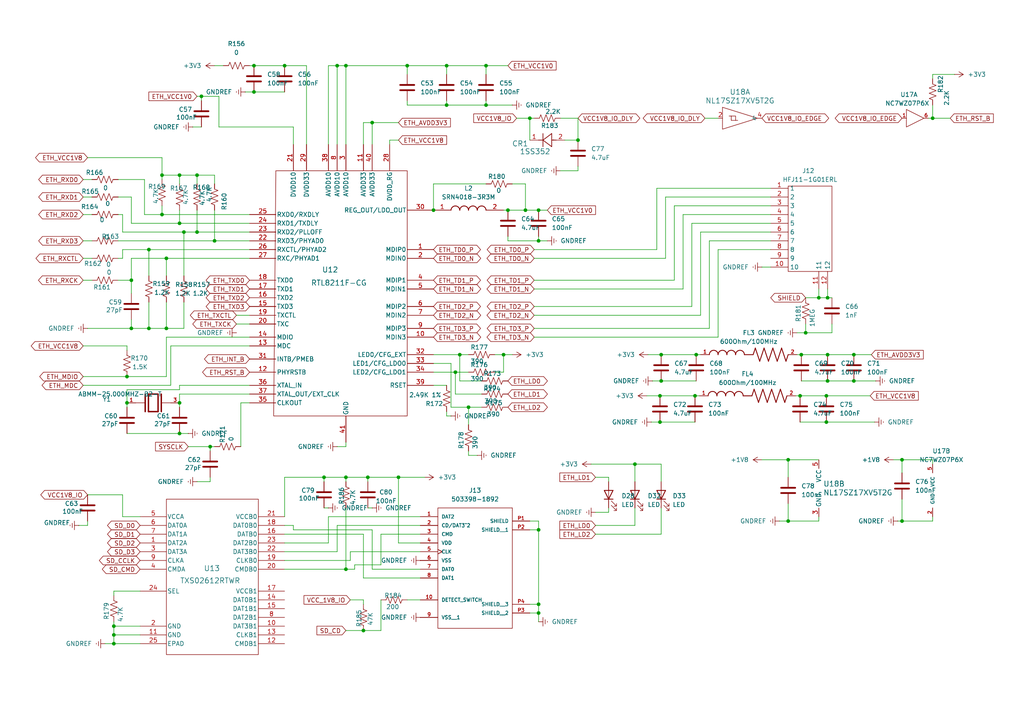
<source format=kicad_sch>
(kicad_sch (version 20231120) (generator "eeschema") (generator_version "8.0")
  (paper "A4")
  (junction (at 33.02 181.61))
  (junction (at 33.02 186.69))
  (junction (at 240.03 110.49))
  (junction (at 147.32 60.96))
  (junction (at 73.66 19.05))
  (junction (at 135.89 118.11))
  (junction (at 240.03 102.87))
  (junction (at 191.77 102.87))
  (junction (at 100.33 165.1))
  (junction (at 46.99 62.23))
  (junction (at 233.68 96.52))
  (junction (at 270.51 34.29))
  (junction (at 38.1 95.25))
  (junction (at 100.33 138.43))
  (junction (at 140.97 19.05))
  (junction (at 48.26 95.25))
  (junction (at 52.07 116.84))
  (junction (at 125.73 60.96))
  (junction (at 156.21 153.67))
  (junction (at 156.21 177.8))
  (junction (at 191.421 122.4224))
  (junction (at 36.83 109.22))
  (junction (at 52.07 125.73))
  (junction (at 247.65 102.87))
  (junction (at 107.95 35.56))
  (junction (at 140.97 30.48))
  (junction (at 191.421 114.8024))
  (junction (at 239.681 114.8024))
  (junction (at 129.54 19.05))
  (junction (at 240.03 86.36))
  (junction (at 57.15 67.31))
  (junction (at 38.1 81.28))
  (junction (at 33.02 184.15))
  (junction (at 52.07 64.77))
  (junction (at 93.98 138.43))
  (junction (at 156.21 69.85))
  (junction (at 152.4 60.96))
  (junction (at 201.93 102.87))
  (junction (at 156.21 175.26))
  (junction (at 191.77 110.49))
  (junction (at 167.64 40.64))
  (junction (at 53.34 67.31))
  (junction (at 82.55 19.05))
  (junction (at 228.6 133.35))
  (junction (at 62.23 69.85))
  (junction (at 97.79 19.05))
  (junction (at 201.581 114.8024))
  (junction (at 52.07 50.8))
  (junction (at 57.15 50.8))
  (junction (at 133.35 102.87))
  (junction (at 232.41 102.87))
  (junction (at 132.08 107.95))
  (junction (at 105.41 182.88))
  (junction (at 115.57 138.43))
  (junction (at 184.15 134.62))
  (junction (at 36.83 116.84))
  (junction (at 247.65 110.49))
  (junction (at 60.96 129.54))
  (junction (at 153.67 34.29))
  (junction (at 48.26 74.93))
  (junction (at 106.68 138.43))
  (junction (at 129.54 30.48))
  (junction (at 100.33 19.05))
  (junction (at 156.21 60.96))
  (junction (at 261.62 151.13))
  (junction (at 261.62 133.35))
  (junction (at 239.681 122.4224))
  (junction (at 146.05 102.87))
  (junction (at 232.061 114.8024))
  (junction (at 58.42 27.94))
  (junction (at 43.18 72.39))
  (junction (at 73.66 26.67))
  (junction (at 46.99 50.8))
  (junction (at 43.18 95.25))
  (junction (at 118.11 19.05))
  (junction (at 228.6 151.13))
  (junction (at 237.49 86.36))
  (wire (pts (xy 33.02 184.15) (xy 33.02 186.69)))
  (wire (pts (xy 33.02 172.72) (xy 33.02 171.45)))
  (wire (pts (xy 102.87 165.1) (xy 100.33 165.1)))
  (wire (pts (xy 33.02 184.15) (xy 40.64 184.15)))
  (wire (pts (xy 93.98 138.43) (xy 100.33 138.43)))
  (wire (pts (xy 139.7 114.3) (xy 132.08 114.3)))
  (wire (pts (xy 48.26 74.93) (xy 72.39 74.93)))
  (wire (pts (xy 46.99 62.23) (xy 72.39 62.23)))
  (wire (pts (xy 143.51 107.95) (xy 146.05 107.95)))
  (wire (pts (xy 140.97 19.05) (xy 140.97 21.59)))
  (wire (pts (xy 35.56 62.23) (xy 35.56 67.31)))
  (wire (pts (xy 68.58 93.98) (xy 72.39 93.98)))
  (wire (pts (xy 247.65 110.49) (xy 254 110.49)))
  (wire (pts (xy 52.07 64.77) (xy 72.39 64.77)))
  (wire (pts (xy 140.97 19.05) (xy 147.32 19.05)))
  (wire (pts (xy 193.04 57.15) (xy 223.52 57.15)))
  (wire (pts (xy 46.99 50.8) (xy 52.07 50.8)))
  (wire (pts (xy 34.29 81.28) (xy 38.1 81.28)))
  (wire (pts (xy 231.14 96.52) (xy 233.68 96.52)))
  (wire (pts (xy 58.42 27.94) (xy 58.42 29.21)))
  (wire (pts (xy 105.41 167.64) (xy 105.41 154.94)))
  (wire (pts (xy 125.73 53.34) (xy 125.73 60.96)))
  (wire (pts (xy 57.15 139.7) (xy 60.96 139.7)))
  (wire (pts (xy 184.15 147.32) (xy 184.15 152.4)))
  (wire (pts (xy 228.6 151.13) (xy 226.06 151.13)))
  (wire (pts (xy 191.77 147.32) (xy 191.77 154.94)))
  (wire (pts (xy 48.26 87.63) (xy 48.26 95.25)))
  (wire (pts (xy 46.99 45.72) (xy 46.99 50.8)))
  (wire (pts (xy 135.89 118.11) (xy 135.89 123.19)))
  (wire (pts (xy 97.79 19.05) (xy 100.33 19.05)))
  (wire (pts (xy 53.34 80.01) (xy 53.34 67.31)))
  (wire (pts (xy 113.03 41.91) (xy 113.03 40.64)))
  (wire (pts (xy 176.53 147.32) (xy 176.53 148.59)))
  (wire (pts (xy 140.97 53.34) (xy 125.73 53.34)))
  (wire (pts (xy 107.95 153.67) (xy 85.09 153.67)))
  (wire (pts (xy 60.96 129.54) (xy 60.96 130.81)))
  (wire (pts (xy 118.11 173.99) (xy 121.92 173.99)))
  (wire (pts (xy 156.21 177.8) (xy 156.21 180.34)))
  (wire (pts (xy 191.77 154.94) (xy 172.72 154.94)))
  (wire (pts (xy 36.83 101.6) (xy 36.83 100.33)))
  (wire (pts (xy 35.56 72.39) (xy 43.18 72.39)))
  (wire (pts (xy 52.07 118.11) (xy 52.07 116.84)))
  (wire (pts (xy 154.94 88.9) (xy 200.66 88.9)))
  (wire (pts (xy 191.77 102.87) (xy 201.93 102.87)))
  (wire (pts (xy 188.881 122.4224) (xy 191.421 122.4224)))
  (wire (pts (xy 24.13 69.85) (xy 26.67 69.85)))
  (wire (pts (xy 33.02 180.34) (xy 33.02 181.61)))
  (wire (pts (xy 93.98 147.32) (xy 95.25 147.32)))
  (wire (pts (xy 149.86 34.29) (xy 153.67 34.29)))
  (wire (pts (xy 110.49 154.94) (xy 110.49 163.83)))
  (wire (pts (xy 129.54 19.05) (xy 129.54 21.59)))
  (wire (pts (xy 187.96 102.87) (xy 191.77 102.87)))
  (wire (pts (xy 101.6 160.02) (xy 121.92 160.02)))
  (wire (pts (xy 156.21 153.67) (xy 156.21 175.26)))
  (wire (pts (xy 52.07 116.84) (xy 52.07 114.3)))
  (wire (pts (xy 35.56 74.93) (xy 35.56 72.39)))
  (wire (pts (xy 85.09 152.4) (xy 82.55 152.4)))
  (wire (pts (xy 125.73 111.76) (xy 129.54 111.76)))
  (wire (pts (xy 133.35 102.87) (xy 135.89 102.87)))
  (wire (pts (xy 154.94 81.28) (xy 195.58 81.28)))
  (wire (pts (xy 240.03 102.87) (xy 247.65 102.87)))
  (wire (pts (xy 200.66 88.9) (xy 200.66 64.77)))
  (wire (pts (xy 129.54 19.05) (xy 140.97 19.05)))
  (wire (pts (xy 52.07 125.73) (xy 54.61 125.73)))
  (wire (pts (xy 24.13 81.28) (xy 26.67 81.28)))
  (wire (pts (xy 73.66 26.67) (xy 82.55 26.67)))
  (wire (pts (xy 88.9 41.91) (xy 88.9 19.05)))
  (wire (pts (xy 35.56 67.31) (xy 53.34 67.31)))
  (wire (pts (xy 153.67 34.29) (xy 153.67 40.64)))
  (wire (pts (xy 154.94 95.25) (xy 205.74 95.25)))
  (wire (pts (xy 88.9 19.05) (xy 82.55 19.05)))
  (wire (pts (xy 232.41 110.49) (xy 240.03 110.49)))
  (wire (pts (xy 152.4 53.34) (xy 152.4 60.96)))
  (wire (pts (xy 146.05 102.87) (xy 148.59 102.87)))
  (wire (pts (xy 62.23 19.05) (xy 64.77 19.05)))
  (wire (pts (xy 58.42 27.94) (xy 63.5 27.94)))
  (wire (pts (xy 198.12 83.82) (xy 198.12 62.23)))
  (wire (pts (xy 36.83 125.73) (xy 52.07 125.73)))
  (wire (pts (xy 48.26 97.79) (xy 48.26 109.22)))
  (wire (pts (xy 102.87 163.83) (xy 102.87 165.1)))
  (wire (pts (xy 52.07 50.8) (xy 52.07 53.34)))
  (wire (pts (xy 35.56 149.86) (xy 40.64 149.86)))
  (wire (pts (xy 147.32 69.85) (xy 156.21 69.85)))
  (wire (pts (xy 115.57 138.43) (xy 123.19 138.43)))
  (wire (pts (xy 46.99 59.69) (xy 46.99 62.23)))
  (wire (pts (xy 237.49 86.36) (xy 240.03 86.36)))
  (wire (pts (xy 154.94 72.39) (xy 190.5 72.39)))
  (wire (pts (xy 57.15 50.8) (xy 52.07 50.8)))
  (wire (pts (xy 34.29 62.23) (xy 35.56 62.23)))
  (wire (pts (xy 53.34 95.25) (xy 48.26 95.25)))
  (wire (pts (xy 24.13 74.93) (xy 26.67 74.93)))
  (wire (pts (xy 163.83 40.64) (xy 167.64 40.64)))
  (wire (pts (xy 62.23 60.96) (xy 62.23 69.85)))
  (wire (pts (xy 34.29 69.85) (xy 62.23 69.85)))
  (wire (pts (xy 57.15 27.94) (xy 58.42 27.94)))
  (wire (pts (xy 237.49 151.13) (xy 228.6 151.13)))
  (wire (pts (xy 72.39 97.79) (xy 48.26 97.79)))
  (wire (pts (xy 118.11 19.05) (xy 118.11 21.59)))
  (wire (pts (xy 191.421 114.8024) (xy 201.581 114.8024)))
  (wire (pts (xy 68.58 91.44) (xy 72.39 91.44)))
  (wire (pts (xy 230.791 114.8024) (xy 232.061 114.8024)))
  (wire (pts (xy 162.56 49.53) (xy 167.64 49.53)))
  (wire (pts (xy 107.95 35.56) (xy 115.57 35.56)))
  (wire (pts (xy 135.89 118.11) (xy 130.81 118.11)))
  (wire (pts (xy 143.51 102.87) (xy 146.05 102.87)))
  (wire (pts (xy 239.681 122.4224) (xy 253.651 122.4224)))
  (wire (pts (xy 69.85 116.84) (xy 72.39 116.84)))
  (wire (pts (xy 270.51 21.59) (xy 276.86 21.59)))
  (wire (pts (xy 241.3 96.52) (xy 233.68 96.52)))
  (wire (pts (xy 43.18 95.25) (xy 48.26 95.25)))
  (wire (pts (xy 34.29 57.15) (xy 38.1 57.15)))
  (wire (pts (xy 25.4 152.4) (xy 25.4 151.13)))
  (wire (pts (xy 25.4 45.72) (xy 46.99 45.72)))
  (wire (pts (xy 232.41 102.87) (xy 240.03 102.87)))
  (wire (pts (xy 34.29 74.93) (xy 35.56 74.93)))
  (wire (pts (xy 270.51 151.13) (xy 261.62 151.13)))
  (wire (pts (xy 118.11 30.48) (xy 129.54 30.48)))
  (wire (pts (xy 110.49 173.99) (xy 110.49 182.88)))
  (wire (pts (xy 60.96 139.7) (xy 60.96 138.43)))
  (wire (pts (xy 97.79 160.02) (xy 97.79 152.4)))
  (wire (pts (xy 121.92 167.64) (xy 105.41 167.64)))
  (wire (pts (xy 52.07 114.3) (xy 72.39 114.3)))
  (wire (pts (xy 205.74 69.85) (xy 223.52 69.85)))
  (wire (pts (xy 63.5 36.83) (xy 63.5 27.94)))
  (wire (pts (xy 152.4 60.96) (xy 156.21 60.96)))
  (wire (pts (xy 24.13 57.15) (xy 26.67 57.15)))
  (wire (pts (xy 24.13 111.76) (xy 49.53 111.76)))
  (wire (pts (xy 35.56 143.51) (xy 35.56 149.86)))
  (wire (pts (xy 176.53 139.7) (xy 176.53 138.43)))
  (wire (pts (xy 113.03 40.64) (xy 115.57 40.64)))
  (wire (pts (xy 34.29 52.07) (xy 41.91 52.07)))
  (wire (pts (xy 191.421 122.4224) (xy 201.581 122.4224)))
  (wire (pts (xy 184.15 152.4) (xy 172.72 152.4)))
  (wire (pts (xy 220.98 133.35) (xy 228.6 133.35)))
  (wire (pts (xy 228.6 133.35) (xy 228.6 138.43)))
  (wire (pts (xy 72.39 19.05) (xy 73.66 19.05)))
  (wire (pts (xy 176.53 138.43) (xy 172.72 138.43)))
  (wire (pts (xy 233.68 86.36) (xy 237.49 86.36)))
  (wire (pts (xy 191.77 110.49) (xy 201.93 110.49)))
  (wire (pts (xy 24.13 100.33) (xy 36.83 100.33)))
  (wire (pts (xy 41.91 52.07) (xy 41.91 62.23)))
  (wire (pts (xy 156.21 151.13) (xy 156.21 153.67)))
  (wire (pts (xy 233.68 96.52) (xy 233.68 93.98)))
  (wire (pts (xy 118.11 19.05) (xy 129.54 19.05)))
  (wire (pts (xy 24.13 109.22) (xy 36.83 109.22)))
  (wire (pts (xy 147.32 68.58) (xy 147.32 69.85)))
  (wire (pts (xy 146.05 60.96) (xy 147.32 60.96)))
  (wire (pts (xy 228.6 146.05) (xy 228.6 151.13)))
  (wire (pts (xy 247.65 102.87) (xy 252.73 102.87)))
  (wire (pts (xy 203.2 91.44) (xy 203.2 67.31)))
  (wire (pts (xy 33.02 181.61) (xy 33.02 184.15)))
  (wire (pts (xy 41.91 62.23) (xy 46.99 62.23)))
  (wire (pts (xy 105.41 41.91) (xy 105.41 35.56)))
  (wire (pts (xy 156.21 60.96) (xy 158.75 60.96)))
  (wire (pts (xy 55.88 36.83) (xy 58.42 36.83)))
  (wire (pts (xy 100.33 128.27) (xy 100.33 129.54)))
  (wire (pts (xy 100.33 19.05) (xy 118.11 19.05)))
  (wire (pts (xy 101.6 173.99) (xy 105.41 173.99)))
  (wire (pts (xy 107.95 165.1) (xy 107.95 153.67)))
  (wire (pts (xy 193.04 74.93) (xy 193.04 57.15)))
  (wire (pts (xy 38.1 74.93) (xy 48.26 74.93)))
  (wire (pts (xy 49.53 111.76) (xy 49.53 100.33)))
  (wire (pts (xy 187.611 114.8024) (xy 191.421 114.8024)))
  (wire (pts (xy 270.51 34.29) (xy 275.59 34.29)))
  (wire (pts (xy 121.92 165.1) (xy 107.95 165.1)))
  (wire (pts (xy 261.62 133.35) (xy 261.62 137.16)))
  (wire (pts (xy 240.03 86.36) (xy 241.3 86.36)))
  (wire (pts (xy 36.83 109.22) (xy 48.26 109.22)))
  (wire (pts (xy 270.51 22.86) (xy 270.51 21.59)))
  (wire (pts (xy 43.18 72.39) (xy 43.18 80.01)))
  (wire (pts (xy 85.09 153.67) (xy 85.09 152.4)))
  (wire (pts (xy 69.85 129.54) (xy 69.85 116.84)))
  (wire (pts (xy 176.53 148.59) (xy 172.72 148.59)))
  (wire (pts (xy 107.95 41.91) (xy 107.95 35.56)))
  (wire (pts (xy 25.4 95.25) (xy 38.1 95.25)))
  (wire (pts (xy 101.6 162.56) (xy 101.6 160.02)))
  (wire (pts (xy 95.25 157.48) (xy 95.25 149.86)))
  (wire (pts (xy 62.23 53.34) (xy 62.23 50.8)))
  (wire (pts (xy 110.49 182.88) (xy 105.41 182.88)))
  (wire (pts (xy 125.73 107.95) (xy 132.08 107.95)))
  (wire (pts (xy 82.55 162.56) (xy 101.6 162.56)))
  (wire (pts (xy 130.81 105.41) (xy 125.73 105.41)))
  (wire (pts (xy 140.97 29.21) (xy 140.97 30.48)))
  (wire (pts (xy 100.33 41.91) (xy 100.33 19.05)))
  (wire (pts (xy 82.55 157.48) (xy 95.25 157.48)))
  (wire (pts (xy 49.53 100.33) (xy 72.39 100.33)))
  (wire (pts (xy 118.11 29.21) (xy 118.11 30.48)))
  (wire (pts (xy 239.681 114.8024) (xy 252.381 114.8024)))
  (wire (pts (xy 106.68 147.32) (xy 107.95 147.32)))
  (wire (pts (xy 53.34 67.31) (xy 57.15 67.31)))
  (wire (pts (xy 232.061 114.8024) (xy 239.681 114.8024)))
  (wire (pts (xy 129.54 119.38) (xy 129.54 120.65)))
  (wire (pts (xy 270.51 133.35) (xy 261.62 133.35)))
  (wire (pts (xy 95.25 149.86) (xy 121.92 149.86)))
  (wire (pts (xy 52.07 113.03) (xy 36.83 113.03)))
  (wire (pts (xy 198.12 62.23) (xy 223.52 62.23)))
  (wire (pts (xy 22.86 152.4) (xy 25.4 152.4)))
  (wire (pts (xy 73.66 19.05) (xy 82.55 19.05)))
  (wire (pts (xy 106.68 138.43) (xy 115.57 138.43)))
  (wire (pts (xy 153.67 151.13) (xy 156.21 151.13)))
  (wire (pts (xy 82.55 160.02) (xy 97.79 160.02)))
  (wire (pts (xy 62.23 50.8) (xy 57.15 50.8)))
  (wire (pts (xy 154.94 83.82) (xy 198.12 83.82)))
  (wire (pts (xy 33.02 171.45) (xy 40.64 171.45)))
  (wire (pts (xy 240.03 110.49) (xy 247.65 110.49)))
  (wire (pts (xy 153.67 34.29) (xy 154.94 34.29)))
  (wire (pts (xy 204.47 34.29) (xy 208.28 34.29)))
  (wire (pts (xy 154.94 97.79) (xy 208.28 97.79)))
  (wire (pts (xy 147.32 60.96) (xy 152.4 60.96)))
  (wire (pts (xy 100.33 182.88) (xy 105.41 182.88)))
  (wire (pts (xy 82.55 138.43) (xy 82.55 149.86)))
  (wire (pts (xy 125.73 102.87) (xy 133.35 102.87)))
  (wire (pts (xy 195.58 81.28) (xy 195.58 59.69)))
  (wire (pts (xy 100.33 165.1) (xy 82.55 165.1)))
  (wire (pts (xy 38.1 64.77) (xy 52.07 64.77)))
  (wire (pts (xy 241.3 93.98) (xy 241.3 96.52)))
  (wire (pts (xy 167.64 40.64) (xy 167.64 34.29)))
  (wire (pts (xy 100.33 129.54) (xy 97.79 129.54)))
  (wire (pts (xy 97.79 41.91) (xy 97.79 19.05)))
  (wire (pts (xy 53.34 87.63) (xy 53.34 95.25)))
  (wire (pts (xy 105.41 154.94) (xy 82.55 154.94)))
  (wire (pts (xy 43.18 87.63) (xy 43.18 95.25)))
  (wire (pts (xy 139.7 110.49) (xy 133.35 110.49)))
  (wire (pts (xy 228.6 133.35) (xy 237.49 133.35)))
  (wire (pts (xy 106.68 138.43) (xy 106.68 139.7)))
  (wire (pts (xy 240.03 83.82) (xy 240.03 86.36)))
  (wire (pts (xy 93.98 138.43) (xy 93.98 139.7)))
  (wire (pts (xy 208.28 72.39) (xy 223.52 72.39)))
  (wire (pts (xy 25.4 143.51) (xy 35.56 143.51)))
  (wire (pts (xy 100.33 147.32) (xy 100.33 165.1)))
  (wire (pts (xy 57.15 60.96) (xy 57.15 67.31)))
  (wire (pts (xy 121.92 157.48) (xy 115.57 157.48)))
  (wire (pts (xy 139.7 118.11) (xy 135.89 118.11)))
  (wire (pts (xy 203.2 67.31) (xy 223.52 67.31)))
  (wire (pts (xy 133.35 110.49) (xy 133.35 102.87)))
  (wire (pts (xy 191.77 134.62) (xy 184.15 134.62)))
  (wire (pts (xy 232.061 122.4224) (xy 239.681 122.4224)))
  (wire (pts (xy 200.66 64.77) (xy 223.52 64.77)))
  (wire (pts (xy 201.581 114.8024) (xy 202.851 114.8024)))
  (wire (pts (xy 43.18 72.39) (xy 72.39 72.39)))
  (wire (pts (xy 36.83 113.03) (xy 36.83 116.84)))
  (wire (pts (xy 24.13 62.23) (xy 26.67 62.23)))
  (wire (pts (xy 105.41 35.56) (xy 107.95 35.56)))
  (wire (pts (xy 38.1 57.15) (xy 38.1 64.77)))
  (wire (pts (xy 153.67 177.8) (xy 156.21 177.8)))
  (wire (pts (xy 36.83 116.84) (xy 36.83 118.11)))
  (wire (pts (xy 140.97 30.48) (xy 148.59 30.48)))
  (wire (pts (xy 184.15 134.62) (xy 184.15 139.7)))
  (wire (pts (xy 100.33 138.43) (xy 106.68 138.43)))
  (wire (pts (xy 270.51 149.86) (xy 270.51 151.13)))
  (wire (pts (xy 231.14 102.87) (xy 232.41 102.87)))
  (wire (pts (xy 57.15 53.34) (xy 57.15 50.8)))
  (wire (pts (xy 95.25 41.91) (xy 95.25 19.05)))
  (wire (pts (xy 115.57 157.48) (xy 115.57 138.43)))
  (wire (pts (xy 82.55 138.43) (xy 93.98 138.43)))
  (wire (pts (xy 195.58 59.69) (xy 223.52 59.69)))
  (wire (pts (xy 237.49 83.82) (xy 237.49 86.36)))
  (wire (pts (xy 62.23 69.85) (xy 72.39 69.85)))
  (wire (pts (xy 237.49 149.86) (xy 237.49 151.13)))
  (wire (pts (xy 52.07 111.76) (xy 52.07 113.03)))
  (wire (pts (xy 156.21 69.85) (xy 158.75 69.85)))
  (wire (pts (xy 85.09 36.83) (xy 63.5 36.83)))
  (wire (pts (xy 167.64 34.29) (xy 162.56 34.29)))
  (wire (pts (xy 129.54 29.21) (xy 129.54 30.48)))
  (wire (pts (xy 46.99 52.07) (xy 46.99 50.8)))
  (wire (pts (xy 201.93 102.87) (xy 203.2 102.87)))
  (wire (pts (xy 132.08 114.3) (xy 132.08 107.95)))
  (wire (pts (xy 105.41 173.99) (xy 105.41 175.26)))
  (wire (pts (xy 261.62 151.13) (xy 260.35 151.13)))
  (wire (pts (xy 135.89 130.81) (xy 135.89 132.08)))
  (wire (pts (xy 153.67 175.26) (xy 156.21 175.26)))
  (wire (pts (xy 43.18 95.25) (xy 38.1 95.25)))
  (wire (pts (xy 60.96 129.54) (xy 62.23 129.54)))
  (wire (pts (xy 171.45 134.62) (xy 184.15 134.62)))
  (wire (pts (xy 30.48 186.69) (xy 33.02 186.69)))
  (wire (pts (xy 148.59 53.34) (xy 152.4 53.34)))
  (wire (pts (xy 167.64 49.53) (xy 167.64 48.26)))
  (wire (pts (xy 72.39 111.76) (xy 52.07 111.76)))
  (wire (pts (xy 54.61 129.54) (xy 60.96 129.54)))
  (wire (pts (xy 270.51 30.48) (xy 270.51 34.29)))
  (wire (pts (xy 121.92 154.94) (xy 110.49 154.94)))
  (wire (pts (xy 261.62 144.78) (xy 261.62 151.13)))
  (wire (pts (xy 110.49 163.83) (xy 102.87 163.83)))
  (wire (pts (xy 38.1 95.25) (xy 38.1 92.71)))
  (wire (pts (xy 85.09 41.91) (xy 85.09 36.83)))
  (wire (pts (xy 153.67 153.67) (xy 156.21 153.67)))
  (wire (pts (xy 259.08 133.35) (xy 261.62 133.35)))
  (wire (pts (xy 208.28 97.79) (xy 208.28 72.39)))
  (wire (pts (xy 270.51 134.62) (xy 270.51 133.35)))
  (wire (pts (xy 190.5 72.39) (xy 190.5 54.61)))
  (wire (pts (xy 71.12 26.67) (xy 73.66 26.67)))
  (wire (pts (xy 57.15 67.31) (xy 72.39 67.31)))
  (wire (pts (xy 189.23 110.49) (xy 191.77 110.49)))
  (wire (pts (xy 33.02 181.61) (xy 40.64 181.61)))
  (wire (pts (xy 33.02 186.69) (xy 40.64 186.69)))
  (wire (pts (xy 135.89 132.08) (xy 138.43 132.08)))
  (wire (pts (xy 220.98 77.47) (xy 223.52 77.47)))
  (wire (pts (xy 100.33 138.43) (xy 100.33 139.7)))
  (wire (pts (xy 95.25 19.05) (xy 97.79 19.05)))
  (wire (pts (xy 97.79 152.4) (xy 121.92 152.4)))
  (wire (pts (xy 154.94 74.93) (xy 193.04 74.93)))
  (wire (pts (xy 38.1 81.28) (xy 38.1 74.93)))
  (wire (pts (xy 24.13 52.07) (xy 26.67 52.07)))
  (wire (pts (xy 191.77 139.7) (xy 191.77 134.62)))
  (wire (pts (xy 190.5 54.61) (xy 223.52 54.61)))
  (wire (pts (xy 146.05 107.95) (xy 146.05 102.87)))
  (wire (pts (xy 129.54 120.65) (xy 130.81 120.65)))
  (wire (pts (xy 205.74 95.25) (xy 205.74 69.85)))
  (wire (pts (xy 52.07 60.96) (xy 52.07 64.77)))
  (wire (pts (xy 156.21 68.58) (xy 156.21 69.85)))
  (wire (pts (xy 130.81 118.11) (xy 130.81 105.41)))
  (wire (pts (xy 132.08 107.95) (xy 135.89 107.95)))
  (wire (pts (xy 154.94 91.44) (xy 203.2 91.44)))
  (wire (pts (xy 48.26 74.93) (xy 48.26 80.01)))
  (wire (pts (xy 156.21 175.26) (xy 156.21 177.8)))
  (wire (pts (xy 38.1 81.28) (xy 38.1 85.09)))
  (wire (pts (xy 129.54 30.48) (xy 140.97 30.48)))
  (wire (pts (xy 270.51 34.29) (xy 269.24 34.29)))
  (global_label "ETH_RXCK" (shape bidirectional) (at 24.13 81.28 180) (property "Intersheetrefs" "${INTERSHEET_REFS}" (effects (hide yes))))
  (global_label "ETH_LD1" (shape bidirectional) (at 147.32 114.3 0) (property "Intersheetrefs" "${INTERSHEET_REFS}" (effects (hide yes))))
  (global_label "ETH_MDC" (shape bidirectional) (at 24.13 111.76 180) (property "Intersheetrefs" "${INTERSHEET_REFS}" (effects (hide yes))))
  (global_label "ETH_TD0_N" (shape bidirectional) (at 125.73 74.93 0) (property "Intersheetrefs" "${INTERSHEET_REFS}" (effects (hide yes))))
  (global_label "SD_D1" (shape bidirectional) (at 40.64 154.94 180) (property "Intersheetrefs" "${INTERSHEET_REFS}" (effects (hide yes))))
  (global_label "ETH_VCC1V0" (shape input) (at 57.15 27.94 180) (property "Intersheetrefs" "${INTERSHEET_REFS}" (effects (hide yes))))
  (global_label "ETH_TXD1" (shape bidirectional) (at 72.39 83.82 180) (property "Intersheetrefs" "${INTERSHEET_REFS}" (effects (hide yes))))
  (global_label "ETH_LD0" (shape input) (at 172.72 152.4 180) (property "Intersheetrefs" "${INTERSHEET_REFS}" (effects (hide yes))))
  (global_label "VCC_1V8_IO" (shape input) (at 101.6 173.99 180) (property "Intersheetrefs" "${INTERSHEET_REFS}" (effects (hide yes))))
  (global_label "ETH_TD0_N" (shape bidirectional) (at 154.94 74.93 180) (property "Intersheetrefs" "${INTERSHEET_REFS}" (effects (hide yes))))
  (global_label "SHIELD" (shape bidirectional) (at 233.68 86.36 180) (property "Intersheetrefs" "${INTERSHEET_REFS}" (effects (hide yes))))
  (global_label "ETH_AVDD3V3" (shape input) (at 115.57 35.56 0) (property "Intersheetrefs" "${INTERSHEET_REFS}" (effects (hide yes))))
  (global_label "ETH_INT_B" (shape bidirectional) (at 72.39 104.14 180) (property "Intersheetrefs" "${INTERSHEET_REFS}" (effects (hide yes))))
  (global_label "ETH_TD2_N" (shape bidirectional) (at 125.73 91.44 0) (property "Intersheetrefs" "${INTERSHEET_REFS}" (effects (hide yes))))
  (global_label "ETH_AVDD3V3" (shape input) (at 252.73 102.87 0) (property "Intersheetrefs" "${INTERSHEET_REFS}" (effects (hide yes))))
  (global_label "ETH_TXCTL" (shape bidirectional) (at 68.58 91.44 180) (property "Intersheetrefs" "${INTERSHEET_REFS}" (effects (hide yes))))
  (global_label "ETH_TD3_N" (shape bidirectional) (at 154.94 97.79 180) (property "Intersheetrefs" "${INTERSHEET_REFS}" (effects (hide yes))))
  (global_label "ETH_LD2" (shape input) (at 172.72 154.94 180) (property "Intersheetrefs" "${INTERSHEET_REFS}" (effects (hide yes))))
  (global_label "VCC1V8_IO_DLY" (shape bidirectional) (at 204.47 34.29 180) (property "Intersheetrefs" "${INTERSHEET_REFS}" (effects (hide yes))))
  (global_label "SD_CD" (shape input) (at 100.33 182.88 180) (property "Intersheetrefs" "${INTERSHEET_REFS}" (effects (hide yes))))
  (global_label "ETH_TD3_P" (shape bidirectional) (at 154.94 95.25 180) (property "Intersheetrefs" "${INTERSHEET_REFS}" (effects (hide yes))))
  (global_label "SD_CCLK" (shape bidirectional) (at 40.64 162.56 180) (property "Intersheetrefs" "${INTERSHEET_REFS}" (effects (hide yes))))
  (global_label "ETH_TD3_N" (shape bidirectional) (at 125.73 97.79 0) (property "Intersheetrefs" "${INTERSHEET_REFS}" (effects (hide yes))))
  (global_label "ETH_RST_B" (shape input) (at 275.59 34.29 0) (property "Intersheetrefs" "${INTERSHEET_REFS}" (effects (hide yes))))
  (global_label "VCC1V8_IO_EDGE" (shape bidirectional) (at 220.98 34.29 0) (property "Intersheetrefs" "${INTERSHEET_REFS}" (effects (hide yes))))
  (global_label "ETH_TD2_N" (shape bidirectional) (at 154.94 91.44 180) (property "Intersheetrefs" "${INTERSHEET_REFS}" (effects (hide yes))))
  (global_label "VCC1V8_IO_EDGE" (shape bidirectional) (at 261.62 34.29 180) (property "Intersheetrefs" "${INTERSHEET_REFS}" (effects (hide yes))))
  (global_label "ETH_RXD0" (shape bidirectional) (at 24.13 52.07 180) (property "Intersheetrefs" "${INTERSHEET_REFS}" (effects (hide yes))))
  (global_label "ETH_LD2" (shape bidirectional) (at 147.32 118.11 0) (property "Intersheetrefs" "${INTERSHEET_REFS}" (effects (hide yes))))
  (global_label "ETH_VCC1V8" (shape input) (at 115.57 40.64 0) (property "Intersheetrefs" "${INTERSHEET_REFS}" (effects (hide yes))))
  (global_label "ETH_RXD1" (shape bidirectional) (at 24.13 57.15 180) (property "Intersheetrefs" "${INTERSHEET_REFS}" (effects (hide yes))))
  (global_label "ETH_TD2_P" (shape bidirectional) (at 125.73 88.9 0) (property "Intersheetrefs" "${INTERSHEET_REFS}" (effects (hide yes))))
  (global_label "SD_D0" (shape bidirectional) (at 40.64 152.4 180) (property "Intersheetrefs" "${INTERSHEET_REFS}" (effects (hide yes))))
  (global_label "VCC1V8_IO" (shape input) (at 149.86 34.29 180) (property "Intersheetrefs" "${INTERSHEET_REFS}" (effects (hide yes))))
  (global_label "ETH_TXCK" (shape bidirectional) (at 68.58 93.98 180) (property "Intersheetrefs" "${INTERSHEET_REFS}" (effects (hide yes))))
  (global_label "ETH_TXD2" (shape bidirectional) (at 72.39 86.36 180) (property "Intersheetrefs" "${INTERSHEET_REFS}" (effects (hide yes))))
  (global_label "ETH_TD3_P" (shape bidirectional) (at 125.73 95.25 0) (property "Intersheetrefs" "${INTERSHEET_REFS}" (effects (hide yes))))
  (global_label "ETH_RXD2" (shape bidirectional) (at 24.13 62.23 180) (property "Intersheetrefs" "${INTERSHEET_REFS}" (effects (hide yes))))
  (global_label "SD_D2" (shape bidirectional) (at 40.64 157.48 180) (property "Intersheetrefs" "${INTERSHEET_REFS}" (effects (hide yes))))
  (global_label "ETH_RST_B" (shape bidirectional) (at 72.39 107.95 180) (property "Intersheetrefs" "${INTERSHEET_REFS}" (effects (hide yes))))
  (global_label "ETH_LD1" (shape input) (at 172.72 138.43 180) (property "Intersheetrefs" "${INTERSHEET_REFS}" (effects (hide yes))))
  (global_label "ETH_TD1_N" (shape bidirectional) (at 125.73 83.82 0) (property "Intersheetrefs" "${INTERSHEET_REFS}" (effects (hide yes))))
  (global_label "ETH_TXD3" (shape bidirectional) (at 72.39 88.9 180) (property "Intersheetrefs" "${INTERSHEET_REFS}" (effects (hide yes))))
  (global_label "VCC1V8_IO" (shape bidirectional) (at 25.4 143.51 180) (property "Intersheetrefs" "${INTERSHEET_REFS}" (effects (hide yes))))
  (global_label "ETH_MDIO" (shape bidirectional) (at 24.13 109.22 180) (property "Intersheetrefs" "${INTERSHEET_REFS}" (effects (hide yes))))
  (global_label "ETH_TD0_P" (shape bidirectional) (at 154.94 72.39 180) (property "Intersheetrefs" "${INTERSHEET_REFS}" (effects (hide yes))))
  (global_label "ETH_VCC1V8" (shape bidirectional) (at 25.4 45.72 180) (property "Intersheetrefs" "${INTERSHEET_REFS}" (effects (hide yes))))
  (global_label "ETH_VCC1V0" (shape input) (at 147.32 19.05 0) (property "Intersheetrefs" "${INTERSHEET_REFS}" (effects (hide yes))))
  (global_label "SD_CMD" (shape bidirectional) (at 40.64 165.1 180) (property "Intersheetrefs" "${INTERSHEET_REFS}" (effects (hide yes))))
  (global_label "SD_D3" (shape bidirectional) (at 40.64 160.02 180) (property "Intersheetrefs" "${INTERSHEET_REFS}" (effects (hide yes))))
  (global_label "ETH_TD0_P" (shape bidirectional) (at 125.73 72.39 0) (property "Intersheetrefs" "${INTERSHEET_REFS}" (effects (hide yes))))
  (global_label "ETH_RXCTL" (shape bidirectional) (at 24.13 74.93 180) (property "Intersheetrefs" "${INTERSHEET_REFS}" (effects (hide yes))))
  (global_label "ETH_TD2_P" (shape bidirectional) (at 154.94 88.9 180) (property "Intersheetrefs" "${INTERSHEET_REFS}" (effects (hide yes))))
  (global_label "ETH_VCC1V8" (shape input) (at 252.381 114.8024 0) (property "Intersheetrefs" "${INTERSHEET_REFS}" (effects (hide yes))))
  (global_label "ETH_TXD0" (shape bidirectional) (at 72.39 81.28 180) (property "Intersheetrefs" "${INTERSHEET_REFS}" (effects (hide yes))))
  (global_label "SYSCLK" (shape input) (at 54.61 129.54 180) (property "Intersheetrefs" "${INTERSHEET_REFS}" (effects (hide yes))))
  (global_label "ETH_TD1_P" (shape bidirectional) (at 125.73 81.28 0) (property "Intersheetrefs" "${INTERSHEET_REFS}" (effects (hide yes))))
  (global_label "ETH_RXD3" (shape bidirectional) (at 24.13 69.85 180) (property "Intersheetrefs" "${INTERSHEET_REFS}" (effects (hide yes))))
  (global_label "ETH_TD1_P" (shape bidirectional) (at 154.94 81.28 180) (property "Intersheetrefs" "${INTERSHEET_REFS}" (effects (hide yes))))
  (global_label "ETH_VCC1V0" (shape input) (at 158.75 60.96 0) (property "Intersheetrefs" "${INTERSHEET_REFS}" (effects (hide yes))))
  (global_label "ETH_TD1_N" (shape bidirectional) (at 154.94 83.82 180) (property "Intersheetrefs" "${INTERSHEET_REFS}" (effects (hide yes))))
  (global_label "ETH_LD0" (shape bidirectional) (at 147.32 110.49 0) (property "Intersheetrefs" "${INTERSHEET_REFS}" (effects (hide yes))))
  (global_label "ETH_VCC1V8" (shape bidirectional) (at 24.13 100.33 180) (property "Intersheetrefs" "${INTERSHEET_REFS}" (effects (hide yes))))
  (global_label "VCC1V8_IO_DLY" (shape bidirectional) (at 167.64 34.29 0) (property "Intersheetrefs" "${INTERSHEET_REFS}" (effects (hide yes))))
  (symbol (lib_id "Device:C") (at 156.21 64.77 0) (unit 1)
    (property "Reference" "C65" (at 160.02 63.4999 0) (effects (justify left)))
    (property "Value" "100nF" (at 160.02 66.0399 0) (effects (justify left)))
    (property "Footprint" "footprints:C_0402" (effects (hide yes)))
    (property "Description" "Unpolarized capacitor" (effects (hide yes)))
  )
  (symbol (lib_id "Device:R_US") (at 105.41 179.07 180) (unit 1)
    (property "Reference" "R185" (at 104.14 176.784 90) (effects (justify left)))
    (property "Value" "47K" (at 107.442 177.546 90) (effects (justify left)))
    (property "Footprint" "footprints:R_0402" (effects (hide yes)))
    (property "Description" "Resistor, US symbol" (effects (hide yes)))
  )
  (symbol (lib_id "1SS352:1SS352") (at 163.83 40.64 180) (unit 1)
    (property "Reference" "CR1" (at 150.876 41.656 0) (effects (font (size 1.524 1.524))))
    (property "Value" "1SS352" (at 155.194 43.942 0) (effects (font (size 1.524 1.524))))
    (property "Footprint" "footprints:USC_TOS" (effects (hide yes)))
    (property "Datasheet" "1SS352" (effects (hide yes)))
  )
  (symbol (lib_id "Device:R_US") (at 158.75 34.29 270) (unit 1)
    (property "Reference" "R183" (at 156.8827 36.4309 90) (effects (justify left)))
    (property "Value" "2.2K" (at 158.1527 32.3669 90) (effects (justify left)))
    (property "Footprint" "footprints:R_0402" (effects (hide yes)))
    (property "Description" "Resistor, US symbol" (effects (hide yes)))
  )
  (symbol (lib_id "Device:C") (at 228.6 142.24 0) (unit 1)
    (property "Reference" "C78" (at 232.41 140.9699 0) (effects (justify left)))
    (property "Value" "100nF" (at 232.41 143.5099 0) (effects (justify left)))
    (property "Footprint" "footprints:C_0402" (effects (hide yes)))
    (property "Description" "Unpolarized capacitor" (effects (hide yes)))
  )
  (symbol (lib_id "Device:R_US") (at 135.89 127 180) (unit 1)
    (property "Reference" "R178" (at 133.7491 125.1327 90) (effects (justify left)))
    (property "Value" "390" (at 137.8131 126.4027 90) (effects (justify left)))
    (property "Footprint" "footprints:R_0402" (effects (hide yes)))
    (property "Description" "Resistor, US symbol" (effects (hide yes)))
  )
  (symbol (lib_name "NC7WZ07P6X_modified_1") (lib_id "NC7WZ07P6X:NC7WZ07P6X_modified") (at 275.59 138.43 0) (unit 2)
    (property "Reference" "U17" (at 273.05 130.81 0))
    (property "Value" "NC7WZ07P6X" (at 273.05 133.35 0))
    (property "Footprint" "footprints:NC7WZ07P6X" (effects (hide yes)))
    (property "SUPPLIER" "FAIRCHILD SEMICONDUCTOR" (effects (hide yes)))
    (property "OC_FARNELL" "1470998" (effects (hide yes)))
    (property "OC_NEWARK" "58K9469" (effects (hide yes)))
    (property "MPN" "NC7WZ07P6X" (effects (hide yes)))
    (property "PACKAGE" "SC-70-6" (effects (hide yes)))
  )
  (symbol (lib_id "NL17SZ17XV5T2G:NL17SZ17XV5T2G_Modified") (at 219.71 34.29 0) (unit 1)
    (property "Reference" "U18" (at 214.63 26.67 0) (effects (font (size 1.524 1.524))))
    (property "Value" "NL17SZ17XV5T2G" (at 214.63 29.21 0) (effects (font (size 1.524 1.524))))
    (property "Footprint" "footprints:SOT553-5_ONS" (effects (hide yes)))
    (property "Datasheet" "NL17SZ17XV5T2G" (effects (hide yes)))
  )
  (symbol (lib_id "RTL8211F-CG:RTL8211F-CG") (at 72.39 60.96 0) (unit 1)
    (property "Reference" "U12" (at 95.758 78.232 0) (effects (font (size 1.524 1.524))))
    (property "Value" "RTL8211F-CG" (at 98.298 82.042 0) (effects (font (size 1.524 1.524))))
    (property "Footprint" "footprints:RTL8211F-CG_RTK" (effects (hide yes)))
    (property "Datasheet" "RTL8211F-CG" (effects (hide yes)))
  )
  (symbol (lib_id "Device:C") (at 240.03 106.68 0) (unit 1)
    (property "Reference" "C70" (at 243.84 105.4099 0) (effects (justify left)))
    (property "Value" "100nF" (at 243.84 107.9499 0) (effects (justify left)))
    (property "Footprint" "footprints:C_0402" (effects (hide yes)))
    (property "Description" "Unpolarized capacitor" (effects (hide yes)))
  )
  (symbol (lib_id "Device:C") (at 239.681 118.6124 0) (unit 1)
    (property "Reference" "C75" (at 243.491 117.3423 0) (effects (justify left)))
    (property "Value" "100nF" (at 243.491 119.8823 0) (effects (justify left)))
    (property "Footprint" "footprints:C_0402" (effects (hide yes)))
    (property "Description" "Unpolarized capacitor" (effects (hide yes)))
  )
  (symbol (lib_id "Device:C") (at 261.62 140.97 0) (unit 1)
    (property "Reference" "C76" (at 265.43 139.6999 0) (effects (justify left)))
    (property "Value" "100nF" (at 265.43 142.2399 0) (effects (justify left)))
    (property "Footprint" "footprints:C_0402" (effects (hide yes)))
    (property "Description" "Unpolarized capacitor" (effects (hide yes)))
  )
  (symbol (lib_id "Device:R_US") (at 139.7 102.87 90) (unit 1)
    (property "Reference" "R177" (at 141.5673 100.7291 90) (effects (justify left)))
    (property "Value" "390" (at 140.2973 104.7931 90) (effects (justify left)))
    (property "Footprint" "footprints:R_0402" (effects (hide yes)))
    (property "Description" "Resistor, US symbol" (effects (hide yes)))
  )
  (symbol (lib_id "Device:R_US") (at 30.48 52.07 270) (unit 1)
    (property "Reference" "R166" (at 27.432 50.038 90))
    (property "Value" "0" (at 30.6072 54.5183 90))
    (property "Footprint" "footprints:R_0402" (effects (hide yes)))
    (property "Description" "Resistor, US symbol" (effects (hide yes)))
  )
  (symbol (lib_id "Device:C") (at 232.061 118.6124 0) (unit 1)
    (property "Reference" "C74" (at 235.871 117.3423 0) (effects (justify left)))
    (property "Value" "4.7uF" (at 235.871 119.8823 0) (effects (justify left)))
    (property "Footprint" "footprints:C_0402" (effects (hide yes)))
    (property "Description" "Unpolarized capacitor" (effects (hide yes)))
  )
  (symbol (lib_id "Device:R_US") (at 52.07 57.15 0) (unit 1)
    (property "Reference" "R167" (at 49.276 54.61 0) (effects (justify left)))
    (property "Value" "4.7K" (at 53.848 59.436 90) (effects (justify left)))
    (property "Footprint" "footprints:R_0402" (effects (hide yes)))
    (property "Description" "Resistor, US symbol" (effects (hide yes)))
  )
  (symbol (lib_id "Device:R_US") (at 46.99 55.88 0) (unit 1)
    (property "Reference" "R169" (at 42.926 54.102 0) (effects (justify left)))
    (property "Value" "4.7K" (at 45.212 59.182 90) (effects (justify left)))
    (property "Footprint" "footprints:R_0402" (effects (hide yes)))
    (property "Description" "Resistor, US symbol" (effects (hide yes)))
  )
  (symbol (lib_id "Device:R_US") (at 100.33 143.51 180) (unit 1)
    (property "Reference" "R186" (at 99.06 141.224 90) (effects (justify left)))
    (property "Value" "4.7K" (at 102.362 141.986 90) (effects (justify left)))
    (property "Footprint" "footprints:R_0402" (effects (hide yes)))
    (property "Description" "Resistor, US symbol" (effects (hide yes)))
  )
  (symbol (lib_id "power:+3V3") (at 123.19 138.43 270) (unit 1)
    (property "Reference" "#PWR0208" (effects (hide yes)))
    (property "Value" "+3V3" (at 127 138.4299 90) (effects (justify left)))
    (property "Description" "Power symbol creates a global label with name \"+3V3\"" (effects (hide yes)))
  )
  (symbol (lib_id "Device:C") (at 191.77 106.68 0) (unit 1)
    (property "Reference" "C67" (at 195.58 105.4099 0) (effects (justify left)))
    (property "Value" "4.7uF" (at 195.58 107.9499 0) (effects (justify left)))
    (property "Footprint" "footprints:C_0402" (effects (hide yes)))
    (property "Description" "Unpolarized capacitor" (effects (hide yes)))
  )
  (symbol (lib_id "power:GNDREF") (at 231.14 96.52 270) (unit 1)
    (property "Reference" "#PWR0189" (effects (hide yes)))
    (property "Value" "GNDREF" (at 227.33 96.5199 90) (effects (justify right)))
    (property "Description" "Power symbol creates a global label with name \"GNDREF\" , reference supply ground" (effects (hide yes)))
  )
  (symbol (lib_id "power:GNDREF") (at 68.58 96.52 270) (unit 1)
    (property "Reference" "#PWR0178" (effects (hide yes)))
    (property "Value" "GNDREF" (at 64.77 96.5199 90) (effects (justify right)))
    (property "Description" "Power symbol creates a global label with name \"GNDREF\" , reference supply ground" (effects (hide yes)))
  )
  (symbol (lib_id "BLM18AG601SZ1D:BLM18AG601SZ1D") (at 218.44 102.87 0) (unit 1)
    (property "Reference" "FL3" (at 217.17 96.52 0))
    (property "Value" "600Ohm/100MHz" (at 217.17 99.06 0))
    (property "Footprint" "footprints:BEADC1608X95N" (effects (hide yes)))
  )
  (symbol (lib_id "Device:R_US") (at 30.48 74.93 270) (unit 1)
    (property "Reference" "R162" (at 26.923 76.4434 90))
    (property "Value" "0" (at 31.495 76.6974 90))
    (property "Footprint" "footprints:R_0402" (effects (hide yes)))
    (property "Description" "Resistor, US symbol" (effects (hide yes)))
  )
  (symbol (lib_id "power:GNDREF") (at 55.88 36.83 270) (unit 1)
    (property "Reference" "#PWR0175" (effects (hide yes)))
    (property "Value" "GNDREF" (at 52.07 36.8299 90) (effects (justify right)))
    (property "Description" "Power symbol creates a global label with name \"GNDREF\" , reference supply ground" (effects (hide yes)))
  )
  (symbol (lib_id "power:GNDREF") (at 220.98 77.47 270) (unit 1)
    (property "Reference" "#PWR0190" (effects (hide yes)))
    (property "Value" "GNDREF" (at 217.17 77.4699 90) (effects (justify right)))
    (property "Description" "Power symbol creates a global label with name \"GNDREF\" , reference supply ground" (effects (hide yes)))
  )
  (symbol (lib_id "Device:R_US") (at 62.23 57.15 0) (unit 1)
    (property "Reference" "R160" (at 65.024 58.42 90))
    (property "Value" "4.7K" (at 60.706 56.388 90))
    (property "Footprint" "footprints:R_0402" (effects (hide yes)))
    (property "Description" "Resistor, US symbol" (effects (hide yes)))
  )
  (symbol (lib_id "Device:C") (at 232.41 106.68 0) (unit 1)
    (property "Reference" "C69" (at 236.22 105.4099 0) (effects (justify left)))
    (property "Value" "4.7uF" (at 236.22 107.9499 0) (effects (justify left)))
    (property "Footprint" "footprints:C_0402" (effects (hide yes)))
    (property "Description" "Unpolarized capacitor" (effects (hide yes)))
  )
  (symbol (lib_id "power:GNDREF") (at 172.72 148.59 270) (unit 1)
    (property "Reference" "#PWR0198" (effects (hide yes)))
    (property "Value" "GNDREF" (at 168.91 148.5899 90) (effects (justify right)))
    (property "Description" "Power symbol creates a global label with name \"GNDREF\" , reference supply ground" (effects (hide yes)))
  )
  (symbol (lib_id "Device:R_US") (at 143.51 110.49 90) (unit 1)
    (property "Reference" "R173" (at 145.3773 108.3491 90) (effects (justify left)))
    (property "Value" "390" (at 144.1073 112.4131 90) (effects (justify left)))
    (property "Footprint" "footprints:R_0402" (effects (hide yes)))
    (property "Description" "Resistor, US symbol" (effects (hide yes)))
  )
  (symbol (lib_id "power:GNDREF") (at 156.21 180.34 90) (unit 1)
    (property "Reference" "#PWR0205" (effects (hide yes)))
    (property "Value" "GNDREF" (at 160.02 180.3399 90) (effects (justify right)))
    (property "Description" "Power symbol creates a global label with name \"GNDREF\" , reference supply ground" (effects (hide yes)))
  )
  (symbol (lib_id "power:+3V3") (at 187.611 114.8024 90) (unit 1)
    (property "Reference" "#PWR0194" (effects (hide yes)))
    (property "Value" "+3V3" (at 183.801 114.8023 90) (effects (justify left)))
    (property "Description" "Power symbol creates a global label with name \"+3V3\"" (effects (hide yes)))
  )
  (symbol (lib_id "HFJ11-1G01ERL:HFJ11-1G01ERL") (at 223.52 57.15 0) (unit 1)
    (property "Reference" "J12" (at 234.442 49.53 0))
    (property "Value" "HFJ11-1G01ERL" (at 234.95 52.07 0))
    (property "Footprint" "footprints:HALO_FASTJACK" (effects (hide yes)))
    (property "Datasheet" "https://www.haloelectronics.com/pdf/fastjack-gigabit.pdf" (effects (hide yes)))
    (property "Description" "Modular Connectors / Ethernet Connectors GIGABIT 1x1 Tab Down RJ45 w/mag No LED" (effects (hide yes)))
    (property "Mouser Part Number" "493-HFJ11-1G01ERL" (effects (hide yes)))
    (property "Mouser Price/Stock" "https://www.mouser.co.uk/ProductDetail/HALO-Electronics/HFJ11-1G01ERL?qs=8uu3sA0mUdvTD6rdbxkWMQ%3D%3D" (effects (hide yes)))
    (property "Manufacturer_Name" "Halo Electronics" (effects (hide yes)))
    (property "Manufacturer_Part_Number" "HFJ11-1G01ERL" (effects (hide yes)))
  )
  (symbol (lib_id "power:+3V3") (at 148.59 102.87 270) (unit 1)
    (property "Reference" "#PWR0184" (effects (hide yes)))
    (property "Value" "+3V3" (at 152.4 102.8699 90) (effects (justify left)))
    (property "Description" "Power symbol creates a global label with name \"+3V3\"" (effects (hide yes)))
  )
  (symbol (lib_id "Device:R_US") (at 53.34 83.82 0) (unit 1)
    (property "Reference" "R157" (at 55.88 82.5499 0) (effects (justify left)))
    (property "Value" "1.2K" (at 55.88 85.0899 0) (effects (justify left)))
    (property "Footprint" "footprints:R_0402" (effects (hide yes)))
    (property "Description" "Resistor, US symbol" (effects (hide yes)))
  )
  (symbol (lib_id "power:GNDREF") (at 226.06 151.13 270) (unit 1)
    (property "Reference" "#PWR0203" (effects (hide yes)))
    (property "Value" "GNDREF" (at 222.25 151.1299 90) (effects (justify right)))
    (property "Description" "Power symbol creates a global label with name \"GNDREF\" , reference supply ground" (effects (hide yes)))
  )
  (symbol (lib_id "Device:C") (at 201.581 118.6124 0) (unit 1)
    (property "Reference" "C73" (at 205.391 117.3423 0) (effects (justify left)))
    (property "Value" "100nF" (at 205.391 119.8823 0) (effects (justify left)))
    (property "Footprint" "footprints:C_0402" (effects (hide yes)))
    (property "Description" "Unpolarized capacitor" (effects (hide yes)))
  )
  (symbol (lib_id "power:+3V3") (at 62.23 19.05 90) (unit 1)
    (property "Reference" "#PWR0176" (effects (hide yes)))
    (property "Value" "+3V3" (at 58.42 19.0499 90) (effects (justify left)))
    (property "Description" "Power symbol creates a global label with name \"+3V3\"" (effects (hide yes)))
  )
  (symbol (lib_id "Device:C") (at 241.3 90.17 0) (unit 1)
    (property "Reference" "C66" (at 245.11 88.8999 0) (effects (justify left)))
    (property "Value" "1nF" (at 245.11 91.4399 0) (effects (justify left)))
    (property "Footprint" "footprints:C_0402" (effects (hide yes)))
    (property "Description" "Unpolarized capacitor" (effects (hide yes)))
  )
  (symbol (lib_id "Device:C") (at 118.11 25.4 0) (unit 1)
    (property "Reference" "C53" (at 121.92 24.1299 0) (effects (justify left)))
    (property "Value" "100nF" (at 121.92 26.6699 0) (effects (justify left)))
    (property "Footprint" "footprints:C_0402" (effects (hide yes)))
    (property "Description" "Unpolarized capacitor" (effects (hide yes)))
  )
  (symbol (lib_id "power:GNDREF") (at 254 110.49 90) (unit 1)
    (property "Reference" "#PWR0192" (effects (hide yes)))
    (property "Value" "GNDREF" (at 257.81 110.4899 90) (effects (justify right)))
    (property "Description" "Power symbol creates a global label with name \"GNDREF\" , reference supply ground" (effects (hide yes)))
  )
  (symbol (lib_id "Device:C") (at 140.97 25.4 0) (unit 1)
    (property "Reference" "C55" (at 144.78 24.1299 0) (effects (justify left)))
    (property "Value" "100nF" (at 144.78 26.6699 0) (effects (justify left)))
    (property "Footprint" "footprints:C_0402" (effects (hide yes)))
    (property "Description" "Unpolarized capacitor" (effects (hide yes)))
  )
  (symbol (lib_id "Device:C") (at 147.32 64.77 0) (unit 1)
    (property "Reference" "C64" (at 151.13 63.4999 0) (effects (justify left)))
    (property "Value" "4.7uF" (at 151.13 66.0399 0) (effects (justify left)))
    (property "Footprint" "footprints:C_0402" (effects (hide yes)))
    (property "Description" "Unpolarized capacitor" (effects (hide yes)))
  )
  (symbol (lib_id "Device:R_US") (at 48.26 83.82 0) (unit 1)
    (property "Reference" "R158" (at 50.8 82.5499 0) (effects (justify left)))
    (property "Value" "1.2K" (at 50.8 85.0899 0) (effects (justify left)))
    (property "Footprint" "footprints:R_0402" (effects (hide yes)))
    (property "Description" "Resistor, US symbol" (effects (hide yes)))
  )
  (symbol (lib_id "Device:C") (at 106.68 143.51 0) (unit 1)
    (property "Reference" "C80" (at 109.982 142.748 0) (effects (justify left)))
    (property "Value" "100nF" (at 108.966 145.288 0) (effects (justify left)))
    (property "Footprint" "footprints:C_0402" (effects (hide yes)))
    (property "Description" "Unpolarized capacitor" (effects (hide yes)))
  )
  (symbol (lib_id "power:+3V3") (at 171.45 134.62 90) (unit 1)
    (property "Reference" "#PWR0197" (effects (hide yes)))
    (property "Value" "+3V3" (at 167.64 134.6199 90) (effects (justify left)))
    (property "Description" "Power symbol creates a global label with name \"+3V3\"" (effects (hide yes)))
  )
  (symbol (lib_id "Device:C") (at 58.42 33.02 0) (unit 1)
    (property "Reference" "C57" (at 51.816 31.75 0) (effects (justify left)))
    (property "Value" "100nF" (at 51.054 34.036 0) (effects (justify left)))
    (property "Footprint" "footprints:C_0402" (effects (hide yes)))
    (property "Description" "Unpolarized capacitor" (effects (hide yes)))
  )
  (symbol (lib_id "power:+1V8") (at 259.08 133.35 90) (unit 1)
    (property "Reference" "#PWR0200" (effects (hide yes)))
    (property "Value" "+1V8" (at 255.27 133.3499 90) (effects (justify left)))
    (property "Description" "Power symbol creates a global label with name \"+1V8\"" (effects (hide yes)))
  )
  (symbol (lib_id "BLM18AG601SZ1D:BLM18AG601SZ1D") (at 218.091 114.8024 0) (unit 1)
    (property "Reference" "FL4" (at 216.821 108.4524 0))
    (property "Value" "600Ohm/100MHz" (at 216.821 110.9924 0))
    (property "Footprint" "footprints:BEADC1608X95N" (effects (hide yes)))
  )
  (symbol (lib_id "power:GNDREF") (at 97.79 129.54 270) (unit 1)
    (property "Reference" "#PWR0182" (effects (hide yes)))
    (property "Value" "GNDREF" (at 93.98 129.5399 90) (effects (justify right)))
    (property "Description" "Power symbol creates a global label with name \"GNDREF\" , reference supply ground" (effects (hide yes)))
  )
  (symbol (lib_id "Device:R_US") (at 30.48 69.85 270) (unit 1)
    (property "Reference" "R163" (at 32.004 68.58 90))
    (property "Value" "0" (at 30.988 68.834 90))
    (property "Footprint" "footprints:R_0402" (effects (hide yes)))
    (property "Description" "Resistor, US symbol" (effects (hide yes)))
  )
  (symbol (lib_id "Device:C") (at 52.07 121.92 0) (unit 1)
    (property "Reference" "C61" (at 45.466 120.65 0) (effects (justify left)))
    (property "Value" "27pF" (at 44.704 122.936 0) (effects (justify left)))
    (property "Footprint" "footprints:C_0402" (effects (hide yes)))
    (property "Description" "Unpolarized capacitor" (effects (hide yes)))
  )
  (symbol (lib_id "Device:R_US") (at 33.02 176.53 180) (unit 1)
    (property "Reference" "R179" (at 30.8791 174.6627 90) (effects (justify left)))
    (property "Value" "4.7K" (at 34.9431 175.9327 90) (effects (justify left)))
    (property "Footprint" "footprints:R_0402" (effects (hide yes)))
    (property "Description" "Resistor, US symbol" (effects (hide yes)))
  )
  (symbol (lib_id "Device:C") (at 82.55 22.86 0) (unit 1)
    (property "Reference" "C56" (at 86.36 21.5899 0) (effects (justify left)))
    (property "Value" "100nF" (at 86.36 24.1299 0) (effects (justify left)))
    (property "Footprint" "footprints:C_0402" (effects (hide yes)))
    (property "Description" "Unpolarized capacitor" (effects (hide yes)))
  )
  (symbol (lib_id "power:+1V8") (at 220.98 133.35 90) (unit 1)
    (property "Reference" "#PWR0204" (effects (hide yes)))
    (property "Value" "+1V8" (at 217.17 133.3499 90) (effects (justify left)))
    (property "Description" "Power symbol creates a global label with name \"+1V8\"" (effects (hide yes)))
  )
  (symbol (lib_id "Device:C") (at 93.98 143.51 0) (unit 1)
    (property "Reference" "C79" (at 87.376 142.24 0) (effects (justify left)))
    (property "Value" "100nF" (at 86.614 144.526 0) (effects (justify left)))
    (property "Footprint" "footprints:C_0402" (effects (hide yes)))
    (property "Description" "Unpolarized capacitor" (effects (hide yes)))
  )
  (symbol (lib_id "power:GNDREF") (at 121.92 179.07 270) (unit 1)
    (property "Reference" "#PWR0209" (effects (hide yes)))
    (property "Value" "GNDREF" (at 118.11 179.0699 90) (effects (justify right)))
    (property "Description" "Power symbol creates a global label with name \"GNDREF\" , reference supply ground" (effects (hide yes)))
  )
  (symbol (lib_id "Device:C") (at 60.96 134.62 0) (unit 1)
    (property "Reference" "C62" (at 54.356 133.35 0) (effects (justify left)))
    (property "Value" "27pF" (at 53.594 135.636 0) (effects (justify left)))
    (property "Footprint" "footprints:C_0402" (effects (hide yes)))
    (property "Description" "Unpolarized capacitor" (effects (hide yes)))
  )
  (symbol (lib_id "Device:R_US") (at 143.51 118.11 90) (unit 1)
    (property "Reference" "R175" (at 145.796 116.84 90) (effects (justify left)))
    (property "Value" "390" (at 145.034 120.142 90) (effects (justify left)))
    (property "Footprint" "footprints:R_0402" (effects (hide yes)))
    (property "Description" "Resistor, US symbol" (effects (hide yes)))
  )
  (symbol (lib_id "Device:C") (at 167.64 44.45 0) (unit 1)
    (property "Reference" "C77" (at 171.45 43.1799 0) (effects (justify left)))
    (property "Value" "4.7uF" (at 171.45 45.7199 0) (effects (justify left)))
    (property "Footprint" "footprints:C_0402" (effects (hide yes)))
    (property "Description" "Unpolarized capacitor" (effects (hide yes)))
  )
  (symbol (lib_id "power:GNDREF") (at 95.25 147.32 90) (unit 1)
    (property "Reference" "#PWR0206" (effects (hide yes)))
    (property "Value" "GNDREF" (at 99.06 147.3199 90) (effects (justify right)))
    (property "Description" "Power symbol creates a global label with name \"GNDREF\" , reference supply ground" (effects (hide yes)))
  )
  (symbol (lib_id "Device:R_US") (at 66.04 129.54 90) (unit 1)
    (property "Reference" "R171" (at 64.516 128.524 0) (effects (justify left)))
    (property "Value" "0" (at 67.056 128.016 0) (effects (justify left)))
    (property "Footprint" "footprints:R_0402" (effects (hide yes)))
    (property "Description" "Resistor, US symbol" (effects (hide yes)))
  )
  (symbol (lib_id "power:GNDREF") (at 25.4 95.25 270) (unit 1)
    (property "Reference" "#PWR0179" (effects (hide yes)))
    (property "Value" "GNDREF" (at 21.59 95.2499 90) (effects (justify right)))
    (property "Description" "Power symbol creates a global label with name \"GNDREF\" , reference supply ground" (effects (hide yes)))
  )
  (symbol (lib_id "power:GNDREF") (at 158.75 69.85 90) (unit 1)
    (property "Reference" "#PWR0188" (effects (hide yes)))
    (property "Value" "GNDREF" (at 162.56 69.8499 90) (effects (justify right)))
    (property "Description" "Power symbol creates a global label with name \"GNDREF\" , reference supply ground" (effects (hide yes)))
  )
  (symbol (lib_id "Device:C") (at 36.83 121.92 0) (unit 1)
    (property "Reference" "C60" (at 30.226 120.65 0) (effects (justify left)))
    (property "Value" "27pF" (at 29.464 122.936 0) (effects (justify left)))
    (property "Footprint" "footprints:C_0402" (effects (hide yes)))
    (property "Description" "Unpolarized capacitor" (effects (hide yes)))
  )
  (symbol (lib_id "power:GNDREF") (at 30.48 186.69 270) (unit 1)
    (property "Reference" "#PWR0186" (effects (hide yes)))
    (property "Value" "GNDREF" (at 26.67 186.6899 90) (effects (justify right)))
    (property "Description" "Power symbol creates a global label with name \"GNDREF\" , reference supply ground" (effects (hide yes)))
  )
  (symbol (lib_id "power:GNDREF") (at 260.35 151.13 270) (unit 1)
    (property "Reference" "#PWR0199" (effects (hide yes)))
    (property "Value" "GNDREF" (at 256.54 151.1299 90) (effects (justify right)))
    (property "Description" "Power symbol creates a global label with name \"GNDREF\" , reference supply ground" (effects (hide yes)))
  )
  (symbol (lib_id "power:GNDREF") (at 121.92 162.56 270) (unit 1)
    (property "Reference" "#PWR0210" (effects (hide yes)))
    (property "Value" "GNDREF" (at 118.11 162.5599 90) (effects (justify right)))
    (property "Description" "Power symbol creates a global label with name \"GNDREF\" , reference supply ground" (effects (hide yes)))
  )
  (symbol (lib_id "power:GNDREF") (at 71.12 26.67 270) (unit 1)
    (property "Reference" "#PWR0177" (effects (hide yes)))
    (property "Value" "GNDREF" (at 67.31 26.6699 90) (effects (justify right)))
    (property "Description" "Power symbol creates a global label with name \"GNDREF\" , reference supply ground" (effects (hide yes)))
  )
  (symbol (lib_id "power:+3V3") (at 276.86 21.59 270) (unit 1)
    (property "Reference" "#PWR0201" (effects (hide yes)))
    (property "Value" "+3V3" (at 280.67 21.5899 90) (effects (justify left)))
    (property "Description" "Power symbol creates a global label with name \"+3V3\"" (effects (hide yes)))
  )
  (symbol (lib_id "power:GNDREF") (at 189.23 110.49 270) (unit 1)
    (property "Reference" "#PWR0191" (effects (hide yes)))
    (property "Value" "GNDREF" (at 185.42 110.4899 90) (effects (justify right)))
    (property "Description" "Power symbol creates a global label with name \"GNDREF\" , reference supply ground" (effects (hide yes)))
  )
  (symbol (lib_id "power:GNDREF") (at 130.81 120.65 90) (unit 1)
    (property "Reference" "#PWR0183" (effects (hide yes)))
    (property "Value" "GNDREF" (at 134.62 120.6499 90) (effects (justify right)))
    (property "Description" "Power symbol creates a global label with name \"GNDREF\" , reference supply ground" (effects (hide yes)))
  )
  (symbol (lib_id "Device:C") (at 73.66 22.86 0) (unit 1)
    (property "Reference" "C58" (at 77.47 21.5899 0) (effects (justify left)))
    (property "Value" "100nF" (at 77.47 24.1299 0) (effects (justify left)))
    (property "Footprint" "footprints:C_0402" (effects (hide yes)))
    (property "Description" "Unpolarized capacitor" (effects (hide yes)))
  )
  (symbol (lib_id "Device:C") (at 129.54 25.4 0) (unit 1)
    (property "Reference" "C54" (at 133.35 24.1299 0) (effects (justify left)))
    (property "Value" "100nF" (at 133.35 26.6699 0) (effects (justify left)))
    (property "Footprint" "footprints:C_0402" (effects (hide yes)))
    (property "Description" "Unpolarized capacitor" (effects (hide yes)))
  )
  (symbol (lib_id "Device:R_US") (at 30.48 57.15 270) (unit 1)
    (property "Reference" "R165" (at 26.162 55.5227 90))
    (property "Value" "0" (at 31.242 59.0787 90))
    (property "Footprint" "footprints:R_0402" (effects (hide yes)))
    (property "Description" "Resistor, US symbol" (effects (hide yes)))
  )
  (symbol (lib_id "Device:C") (at 247.65 106.68 0) (unit 1)
    (property "Reference" "C71" (at 251.46 105.4099 0) (effects (justify left)))
    (property "Value" "100nF" (at 251.46 107.9499 0) (effects (justify left)))
    (property "Footprint" "footprints:C_0402" (effects (hide yes)))
    (property "Description" "Unpolarized capacitor" (effects (hide yes)))
  )
  (symbol (lib_id "503398-1892:503398-1892") (at 127 162.56 0) (unit 1)
    (property "Reference" "J13" (at 137.795 142.24 0))
    (property "Value" "503398-1892" (at 137.795 144.78 0))
    (property "Footprint" "footprints:MOLEX_503398-1892" (effects (hide yes)))
    (property "PARTREV" "0" (effects (hide yes)))
    (property "MANUFACTURER" "molex" (effects (hide yes)))
    (property "STANDARD" "MANUFACTURER RECOMMENDATIONS" (effects (hide yes)))
  )
  (symbol (lib_id "Device:R_US") (at 68.58 19.05 270) (unit 1)
    (property "Reference" "R156" (at 68.58 12.7 90))
    (property "Value" "0" (at 68.58 15.24 90))
    (property "Footprint" "footprints:R_0402" (effects (hide yes)))
    (property "Description" "Resistor, US symbol" (effects (hide yes)))
  )
  (symbol (lib_id "Device:C") (at 201.93 106.68 0) (unit 1)
    (property "Reference" "C68" (at 205.74 105.4099 0) (effects (justify left)))
    (property "Value" "100nF" (at 205.74 107.9499 0) (effects (justify left)))
    (property "Footprint" "footprints:C_0402" (effects (hide yes)))
    (property "Description" "Unpolarized capacitor" (effects (hide yes)))
  )
  (symbol (lib_id "ABMM-25.000MHZ-B2-T:ABMM-25.000MHZ-B2-T") (at 44.45 116.84 0) (unit 1)
    (property "Reference" "Y1" (at 30.988 115.824 0))
    (property "Value" "ABMM-25.000MHZ-B2-T" (at 34.798 114.3 0))
    (property "Footprint" "footprints:XTAL_ABMM-25.000MHZ-B2-T" (effects (hide yes)))
    (property "PARTREV" "02.26.12" (effects (hide yes)))
    (property "STANDARD" "Manufacturer Recommendations" (effects (hide yes)))
    (property "SNAPEDA_PN" "ABMM-25.000MHZ-B2-T" (effects (hide yes)))
    (property "MAXIMUM_PACKAGE_HEIGHT" "1.3 mm" (effects (hide yes)))
    (property "MANUFACTURER" "Abracon" (effects (hide yes)))
  )
  (symbol (lib_id "Device:R_US") (at 114.3 173.99 90) (unit 1)
    (property "Reference" "R184" (at 116.586 172.72 90) (effects (justify left)))
    (property "Value" "200" (at 115.824 176.022 90) (effects (justify left)))
    (property "Footprint" "footprints:R_0402" (effects (hide yes)))
    (property "Description" "Resistor, US symbol" (effects (hide yes)))
  )
  (symbol (lib_id "power:GNDREF") (at 162.56 49.53 270) (unit 1)
    (property "Reference" "#PWR0202" (effects (hide yes)))
    (property "Value" "GNDREF" (at 158.75 49.5299 90) (effects (justify right)))
    (property "Description" "Power symbol creates a global label with name \"GNDREF\" , reference supply ground" (effects (hide yes)))
  )
  (symbol (lib_id "Device:R_US") (at 233.68 90.17 180) (unit 1)
    (property "Reference" "R181" (at 231.5391 88.3027 90) (effects (justify left)))
    (property "Value" "1MEG" (at 235.6031 89.5727 90) (effects (justify left)))
    (property "Footprint" "footprints:R_0402" (effects (hide yes)))
    (property "Description" "Resistor, US symbol" (effects (hide yes)))
  )
  (symbol (lib_id "TXS02612RTWR:TXS02612RTWR") (at 29.21 139.7 0) (unit 1)
    (property "Reference" "U13" (at 61.468 164.846 0) (effects (font (size 1.524 1.524))))
    (property "Value" "TXS02612RTWR" (at 60.96 168.402 0) (effects (font (size 1.524 1.524))))
    (property "Footprint" "footprints:RTW24_2P45X2P45" (effects (hide yes)))
    (property "Datasheet" "TXS02612RTWR" (effects (hide yes)))
  )
  (symbol (lib_id "power:GNDREF") (at 253.651 122.4224 90) (unit 1)
    (property "Reference" "#PWR0196" (effects (hide yes)))
    (property "Value" "GNDREF" (at 257.461 122.4223 90) (effects (justify right)))
    (property "Description" "Power symbol creates a global label with name \"GNDREF\" , reference supply ground" (effects (hide yes)))
  )
  (symbol (lib_id "Device:R_US") (at 43.18 83.82 0) (unit 1)
    (property "Reference" "R159" (at 44.196 82.296 0) (effects (justify left)))
    (property "Value" "1.2K" (at 44.704 84.836 0) (effects (justify left)))
    (property "Footprint" "footprints:R_0402" (effects (hide yes)))
    (property "Description" "Resistor, US symbol" (effects (hide yes)))
  )
  (symbol (lib_id "NL17SZ17XV5T2G:NL17SZ17XV5T2G_Modified") (at 243.84 137.16 0) (unit 2)
    (property "Reference" "U18" (at 238.76 140.3349 0) (effects (font (size 1.524 1.524)) (justify left)))
    (property "Value" "NL17SZ17XV5T2G" (at 238.76 142.8749 0) (effects (font (size 1.524 1.524)) (justify left)))
    (property "Footprint" "footprints:SOT553-5_ONS" (effects (hide yes)))
    (property "Datasheet" "NL17SZ17XV5T2G" (effects (hide yes)))
  )
  (symbol (lib_id "power:GNDREF") (at 107.95 147.32 90) (unit 1)
    (property "Reference" "#PWR0207" (effects (hide yes)))
    (property "Value" "GNDREF" (at 111.76 147.3199 90) (effects (justify right)))
    (property "Description" "Power symbol creates a global label with name \"GNDREF\" , reference supply ground" (effects (hide yes)))
  )
  (symbol (lib_id "power:GNDREF") (at 188.881 122.4224 270) (unit 1)
    (property "Reference" "#PWR0195" (effects (hide yes)))
    (property "Value" "GNDREF" (at 185.071 122.4223 90) (effects (justify right)))
    (property "Description" "Power symbol creates a global label with name \"GNDREF\" , reference supply ground" (effects (hide yes)))
  )
  (symbol (lib_id "Device:R_US") (at 30.48 81.28 270) (unit 1)
    (property "Reference" "R161" (at 29.6008 83.3076 90))
    (property "Value" "0" (at 31.6328 78.9896 90))
    (property "Footprint" "footprints:R_0402" (effects (hide yes)))
    (property "Description" "Resistor, US symbol" (effects (hide yes)))
  )
  (symbol (lib_id "Device:R_US") (at 129.54 115.57 180) (unit 1)
    (property "Reference" "R172" (at 128.524 117.094 0) (effects (justify left)))
    (property "Value" "2.49K 1%" (at 128.016 114.554 0) (effects (justify left)))
    (property "Footprint" "footprints:R_0402" (effects (hide yes)))
    (property "Description" "Resistor, US symbol" (effects (hide yes)))
  )
  (symbol (lib_id "power:GNDREF") (at 148.59 30.48 90) (unit 1)
    (property "Reference" "#PWR0174" (effects (hide yes)))
    (property "Value" "GNDREF" (at 152.4 30.4799 90) (effects (justify right)))
    (property "Description" "Power symbol creates a global label with name \"GNDREF\" , reference supply ground" (effects (hide yes)))
  )
  (symbol (lib_id "power:GNDREF") (at 22.86 152.4 270) (unit 1)
    (property "Reference" "#PWR0187" (effects (hide yes)))
    (property "Value" "GNDREF" (at 20.32 151.638 90) (effects (justify right)))
    (property "Description" "Power symbol creates a global label with name \"GNDREF\" , reference supply ground" (effects (hide yes)))
  )
  (symbol (lib_id "Device:R_US") (at 143.51 114.3 90) (unit 1)
    (property "Reference" "R174" (at 145.288 112.776 90) (effects (justify left)))
    (property "Value" "390" (at 144.272 116.332 90) (effects (justify left)))
    (property "Footprint" "footprints:R_0402" (effects (hide yes)))
    (property "Description" "Resistor, US symbol" (effects (hide yes)))
  )
  (symbol (lib_id "Device:C") (at 191.421 118.6124 0) (unit 1)
    (property "Reference" "C72" (at 195.231 117.3423 0) (effects (justify left)))
    (property "Value" "4.7uF" (at 195.231 119.8823 0) (effects (justify left)))
    (property "Footprint" "footprints:C_0402" (effects (hide yes)))
    (property "Description" "Unpolarized capacitor" (effects (hide yes)))
  )
  (symbol (lib_id "Device:LED") (at 191.77 143.51 90) (unit 1)
    (property "Reference" "D33" (at 195.0741 143.8274 90) (effects (justify right)))
    (property "Value" "LED" (at 195.0741 146.3674 90) (effects (justify right)))
    (property "Footprint" "footprints:LED_0402_1005Metric" (effects (hide yes)))
    (property "Description" "Light emitting diode" (effects (hide yes)))
  )
  (symbol (lib_id "Device:R_US") (at 57.15 57.15 0) (unit 1)
    (property "Reference" "R168" (at 55.88 54.356 0) (effects (justify left)))
    (property "Value" "4.7K" (at 58.674 59.69 90) (effects (justify left)))
    (property "Footprint" "footprints:R_0402" (effects (hide yes)))
    (property "Description" "Resistor, US symbol" (effects (hide yes)))
  )
  (symbol (lib_id "Device:LED") (at 176.53 143.51 90) (unit 1)
    (property "Reference" "D28" (at 180.2389 143.8274 90) (effects (justify right)))
    (property "Value" "LED" (at 180.2389 146.3674 90) (effects (justify right)))
    (property "Footprint" "footprints:LED_0402_1005Metric" (effects (hide yes)))
    (property "Description" "Light emitting diode" (effects (hide yes)))
  )
  (symbol (lib_id "Device:R_US") (at 139.7 107.95 90) (unit 1)
    (property "Reference" "R176" (at 141.5673 105.8091 90) (effects (justify left)))
    (property "Value" "390" (at 140.2973 109.8731 90) (effects (justify left)))
    (property "Footprint" "footprints:R_0402" (effects (hide yes)))
    (property "Description" "Resistor, US symbol" (effects (hide yes)))
  )
  (symbol (lib_id "Device:R_US") (at 36.83 105.41 0) (unit 1)
    (property "Reference" "R170" (at 37.846 103.886 0) (effects (justify left)))
    (property "Value" "1.5K" (at 38.354 106.426 0) (effects (justify left)))
    (property "Footprint" "footprints:R_0402" (effects (hide yes)))
    (property "Description" "Resistor, US symbol" (effects (hide yes)))
  )
  (symbol (lib_id "power:GNDREF") (at 57.15 139.7 270) (unit 1)
    (property "Reference" "#PWR0180" (effects (hide yes)))
    (property "Value" "GNDREF" (at 53.34 139.6999 90) (effects (justify right)))
    (property "Description" "Power symbol creates a global label with name \"GNDREF\" , reference supply ground" (effects (hide yes)))
  )
  (symbol (lib_id "power:GNDREF") (at 138.43 132.08 90) (unit 1)
    (property "Reference" "#PWR0185" (effects (hide yes)))
    (property "Value" "GNDREF" (at 142.24 132.0799 90) (effects (justify right)))
    (property "Description" "Power symbol creates a global label with name \"GNDREF\" , reference supply ground" (effects (hide yes)))
  )
  (symbol (lib_id "Device:R_US") (at 144.78 53.34 90) (unit 1)
    (property "Reference" "R180" (at 146.6473 51.1991 90) (effects (justify left)))
    (property "Value" "0" (at 145.3773 55.2631 90) (effects (justify left)))
    (property "Footprint" "footprints:R_0402" (effects (hide yes)))
    (property "Description" "Resistor, US symbol" (effects (hide yes)))
  )
  (symbol (lib_id "Device:C") (at 25.4 147.32 0) (unit 1)
    (property "Reference" "C63" (at 18.796 146.05 0) (effects (justify left)))
    (property "Value" "100nF" (at 18.034 148.336 0) (effects (justify left)))
    (property "Footprint" "footprints:C_0402" (effects (hide yes)))
    (property "Description" "Unpolarized capacitor" (effects (hide yes)))
  )
  (symbol (lib_id "Device:R_US") (at 270.51 26.67 180) (unit 1)
    (property "Reference" "R182" (at 272.796 21.844 90) (effects (justify left)))
    (property "Value" "2.2K" (at 274.574 26.162 90) (effects (justify left)))
    (property "Footprint" "footprints:R_0402" (effects (hide yes)))
    (property "Description" "Resistor, US symbol" (effects (hide yes)))
  )
  (symbol (lib_id "power:GNDREF") (at 54.61 125.73 90) (unit 1)
    (property "Reference" "#PWR0181" (effects (hide yes)))
    (property "Value" "GNDREF" (at 58.42 125.7299 90) (effects (justify right)))
    (property "Description" "Power symbol creates a global label with name \"GNDREF\" , reference supply ground" (effects (hide yes)))
  )
  (symbol (lib_id "Device:R_US") (at 30.48 62.23 270) (unit 1)
    (property "Reference" "R164" (at 26.0352 59.9589 90))
    (property "Value" "0" (at 29.5912 63.7689 90))
    (property "Footprint" "footprints:R_0402" (effects (hide yes)))
    (property "Description" "Resistor, US symbol" (effects (hide yes)))
  )
  (symbol (lib_id "Device:C") (at 38.1 88.9 0) (unit 1)
    (property "Reference" "C59" (at 31.496 87.63 0) (effects (justify left)))
    (property "Value" "27pF" (at 30.734 89.916 0) (effects (justify left)))
    (property "Footprint" "footprints:C_0402" (effects (hide yes)))
    (property "Description" "Unpolarized capacitor" (effects (hide yes)))
  )
  (symbol (lib_id "power:+3V3") (at 187.96 102.87 90) (unit 1)
    (property "Reference" "#PWR0193" (effects (hide yes)))
    (property "Value" "+3V3" (at 184.15 102.8699 90) (effects (justify left)))
    (property "Description" "Power symbol creates a global label with name \"+3V3\"" (effects (hide yes)))
  )
  (symbol (lib_id "NC7WZ07P6X:NC7WZ07P6X_modified") (at 267.97 34.29 0) (unit 1)
    (property "Reference" "U17" (at 263.652 27.432 0))
    (property "Value" "NC7WZ07P6X" (at 263.144 29.972 0))
    (property "Footprint" "footprints:NC7WZ07P6X" (effects (hide yes)))
    (property "SUPPLIER" "FAIRCHILD SEMICONDUCTOR" (effects (hide yes)))
    (property "OC_FARNELL" "1470998" (effects (hide yes)))
    (property "OC_NEWARK" "58K9469" (effects (hide yes)))
    (property "MPN" "NC7WZ07P6X" (effects (hide yes)))
    (property "PACKAGE" "SC-70-6" (effects (hide yes)))
  )
  (symbol (lib_id "Device:LED") (at 184.15 143.51 90) (unit 1)
    (property "Reference" "D32" (at 187.8414 143.8274 90) (effects (justify right)))
    (property "Value" "LED" (at 187.8414 146.3674 90) (effects (justify right)))
    (property "Footprint" "footprints:LED_0402_1005Metric" (effects (hide yes)))
    (property "Description" "Light emitting diode" (effects (hide yes)))
  )
  (symbol (lib_id "SRN4018-3R3M:SRN4018-3R3M") (at 125.73 60.96 0) (unit 1)
    (property "Reference" "L2" (at 135.89 54.61 0))
    (property "Value" "SRN4018-3R3M" (at 135.89 57.15 0))
    (property "Footprint" "footprints:SRN4018" (effects (hide yes)))
    (property "Datasheet" "https://www.bourns.com/docs/product-datasheets/srn4018.pdf?sfvrsn=528a0331_17" (effects (hide yes)))
    (property "Description" "Inductor SMD 4x4 semi-shielded 3,3uH Bourns SRN4018 Series Shielded Wire-wound SMD Inductor with a Ferrite Core, 3.3 uH +/-20% Wire-Wound 2.2A rms Idc" (effects (hide yes)))
    (property "Mouser Part Number" "652-SRN4018-3R3M" (effects (hide yes)))
    (property "Mouser Price/Stock" "https://www.mouser.co.uk/ProductDetail/Bourns/SRN4018-3R3M?qs=UvjENeDOEecJUn4TJeWI1g%3D%3D" (effects (hide yes)))
    (property "Manufacturer_Name" "Bourns" (effects (hide yes)))
    (property "Manufacturer_Part_Number" "SRN4018-3R3M" (effects (hide yes)))
  )
)
</source>
